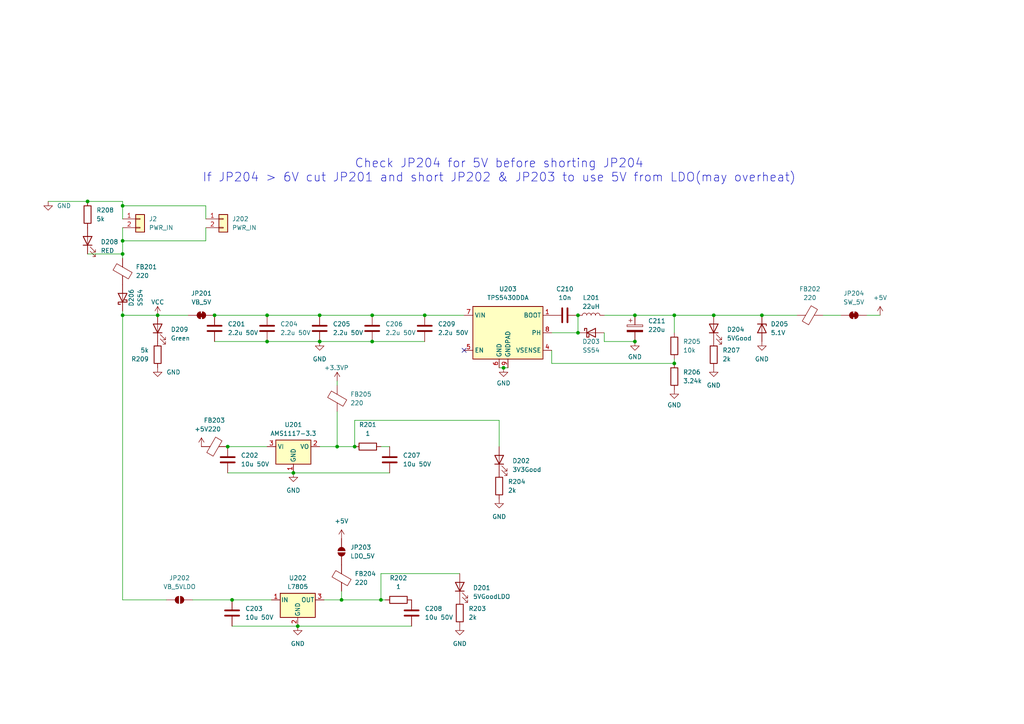
<source format=kicad_sch>
(kicad_sch (version 20231120) (generator "eeschema") (generator_version "8.0")
  (paper "A4")
  (lib_symbols
    (symbol "Connector_Generic:Conn_01x02" (pin_names (offset 1.016) hide)
      (property "Reference" "J" (at 0 2.54 0))
      (property "Value" "Conn_01x02" (at 0 -5.08 0))
      (symbol "Conn_01x02_1_1"
        (rectangle (start -1.27 -2.413) (end 0 -2.667) (stroke (width 0.1524)))
        (rectangle (start -1.27 0.127) (end 0 -0.127) (stroke (width 0.1524)))
        (rectangle (start -1.27 1.27) (end 1.27 -3.81) (stroke (width 0.254)) (fill (type background)))
        (pin passive line (at -5.08 0 0) (length 3.81) (name "Pin_1") (number "1"))
        (pin passive line (at -5.08 -2.54 0) (length 3.81) (name "Pin_2") (number "2"))
      )
    )
    (symbol "Device:C" (pin_numbers hide) (pin_names (offset 0.254))
      (property "Reference" "C" (at 0.635 2.54 0))
      (property "Value" "C" (at 0.635 -2.54 0))
      (symbol "C_0_1"
        (polyline (pts (xy -2.032 -0.762) (xy 2.032 -0.762)) (stroke (width 0.508)))
        (polyline (pts (xy -2.032 0.762) (xy 2.032 0.762)) (stroke (width 0.508)))
      )
      (symbol "C_1_1"
        (pin passive line (at 0 3.81 270) (length 2.794) (name "~") (number "1"))
        (pin passive line (at 0 -3.81 90) (length 2.794) (name "~") (number "2"))
      )
    )
    (symbol "Device:C_Polarized" (pin_numbers hide) (pin_names (offset 0.254))
      (property "Reference" "C" (at 0.635 2.54 0))
      (property "Value" "C_Polarized" (at 0.635 -2.54 0))
      (symbol "C_Polarized_0_1"
        (rectangle (start -2.286 0.508) (end 2.286 1.016))
        (polyline (pts (xy -1.778 2.286) (xy -0.762 2.286)))
        (polyline (pts (xy -1.27 2.794) (xy -1.27 1.778)))
        (rectangle (start 2.286 -0.508) (end -2.286 -1.016) (fill (type outline)))
      )
      (symbol "C_Polarized_1_1"
        (pin passive line (at 0 3.81 270) (length 2.794) (name "~") (number "1"))
        (pin passive line (at 0 -3.81 90) (length 2.794) (name "~") (number "2"))
      )
    )
    (symbol "Device:D_Schottky" (pin_numbers hide) (pin_names (offset 1.016) hide)
      (property "Reference" "D" (at 0 2.54 0))
      (property "Value" "D_Schottky" (at 0 -2.54 0))
      (symbol "D_Schottky_0_1"
        (polyline (pts (xy 1.27 0) (xy -1.27 0)))
        (polyline (pts (xy 1.27 1.27) (xy 1.27 -1.27) (xy -1.27 0) (xy 1.27 1.27)) (stroke (width 0.254)))
        (polyline (pts (xy -1.905 0.635) (xy -1.905 1.27) (xy -1.27 1.27) (xy -1.27 -1.27) (xy -0.635 -1.27) (xy -0.635 -0.635)) (stroke (width 0.254)))
      )
      (symbol "D_Schottky_1_1"
        (pin passive line (at -3.81 0 0) (length 2.54) (name "K") (number "1"))
        (pin passive line (at 3.81 0 180) (length 2.54) (name "A") (number "2"))
      )
    )
    (symbol "Device:D_Zener" (pin_numbers hide) (pin_names (offset 1.016) hide)
      (property "Reference" "D" (at 0 2.54 0))
      (property "Value" "D_Zener" (at 0 -2.54 0))
      (symbol "D_Zener_0_1"
        (polyline (pts (xy 1.27 0) (xy -1.27 0)))
        (polyline (pts (xy -1.27 -1.27) (xy -1.27 1.27) (xy -0.762 1.27)) (stroke (width 0.254)))
        (polyline (pts (xy 1.27 -1.27) (xy 1.27 1.27) (xy -1.27 0) (xy 1.27 -1.27)) (stroke (width 0.254)))
      )
      (symbol "D_Zener_1_1"
        (pin passive line (at -3.81 0 0) (length 2.54) (name "K") (number "1"))
        (pin passive line (at 3.81 0 180) (length 2.54) (name "A") (number "2"))
      )
    )
    (symbol "Device:FerriteBead" (pin_numbers hide) (pin_names (offset 0))
      (property "Reference" "FB" (at -3.81 0.635 90))
      (property "Value" "FerriteBead" (at 3.81 0 90))
      (symbol "FerriteBead_0_1"
        (polyline (pts (xy 0 -1.27) (xy 0 -1.2192)))
        (polyline (pts (xy 0 1.27) (xy 0 1.2954)))
        (polyline (pts (xy -2.7686 0.4064) (xy -1.7018 2.2606) (xy 2.7686 -0.3048) (xy 1.6764 -2.159) (xy -2.7686 0.4064)))
      )
      (symbol "FerriteBead_1_1"
        (pin passive line (at 0 3.81 270) (length 2.54) (name "~") (number "1"))
        (pin passive line (at 0 -3.81 90) (length 2.54) (name "~") (number "2"))
      )
    )
    (symbol "Device:L" (pin_numbers hide) (pin_names (offset 1.016) hide)
      (property "Reference" "L" (at -1.27 0 90))
      (property "Value" "L" (at 1.905 0 90))
      (symbol "L_0_1"
        (arc (start 0 -2.54) (mid 0.6323 -1.905) (end 0 -1.27))
        (arc (start 0 -1.27) (mid 0.6323 -0.635) (end 0 0))
        (arc (start 0 0) (mid 0.6323 0.635) (end 0 1.27))
        (arc (start 0 1.27) (mid 0.6323 1.905) (end 0 2.54))
      )
      (symbol "L_1_1"
        (pin passive line (at 0 3.81 270) (length 1.27) (name "1") (number "1"))
        (pin passive line (at 0 -3.81 90) (length 1.27) (name "2") (number "2"))
      )
    )
    (symbol "Device:LED" (pin_numbers hide) (pin_names (offset 1.016) hide)
      (property "Reference" "D" (at 0 2.54 0))
      (property "Value" "LED" (at 0 -2.54 0))
      (symbol "LED_0_1"
        (polyline (pts (xy -1.27 -1.27) (xy -1.27 1.27)) (stroke (width 0.254)))
        (polyline (pts (xy -1.27 0) (xy 1.27 0)))
        (polyline (pts (xy 1.27 -1.27) (xy 1.27 1.27) (xy -1.27 0) (xy 1.27 -1.27)) (stroke (width 0.254)))
        (polyline (pts (xy -3.048 -0.762) (xy -4.572 -2.286) (xy -3.81 -2.286) (xy -4.572 -2.286) (xy -4.572 -1.524)))
        (polyline (pts (xy -1.778 -0.762) (xy -3.302 -2.286) (xy -2.54 -2.286) (xy -3.302 -2.286) (xy -3.302 -1.524)))
      )
      (symbol "LED_1_1"
        (pin passive line (at -3.81 0 0) (length 2.54) (name "K") (number "1"))
        (pin passive line (at 3.81 0 180) (length 2.54) (name "A") (number "2"))
      )
    )
    (symbol "Device:R" (pin_numbers hide) (pin_names (offset 0))
      (property "Reference" "R" (at 2.032 0 90))
      (property "Value" "R" (at 0 0 90))
      (symbol "R_0_1"
        (rectangle (start -1.016 -2.54) (end 1.016 2.54) (stroke (width 0.254)))
      )
      (symbol "R_1_1"
        (pin passive line (at 0 3.81 270) (length 1.27) (name "~") (number "1"))
        (pin passive line (at 0 -3.81 90) (length 1.27) (name "~") (number "2"))
      )
    )
    (symbol "Jumper:SolderJumper_2_Bridged" (pin_numbers hide) (pin_names (offset 0) hide) (exclude_from_sim yes) (in_bom no)
      (property "Reference" "JP" (at 0 2.032 0))
      (property "Value" "SolderJumper_2_Bridged" (at 0 -2.54 0))
      (symbol "SolderJumper_2_Bridged_0_1"
        (rectangle (start -0.508 0.508) (end 0.508 -0.508) (fill (type outline)))
        (arc (start -0.254 1.016) (mid -1.2656 0) (end -0.254 -1.016))
        (arc (start -0.254 1.016) (mid -1.2656 0) (end -0.254 -1.016) (fill (type outline)))
        (polyline (pts (xy -0.254 1.016) (xy -0.254 -1.016)))
        (polyline (pts (xy 0.254 1.016) (xy 0.254 -1.016)))
        (arc (start 0.254 -1.016) (mid 1.2656 0) (end 0.254 1.016))
        (arc (start 0.254 -1.016) (mid 1.2656 0) (end 0.254 1.016) (fill (type outline)))
      )
      (symbol "SolderJumper_2_Bridged_1_1"
        (pin passive line (at -3.81 0 0) (length 2.54) (name "A") (number "1"))
        (pin passive line (at 3.81 0 180) (length 2.54) (name "B") (number "2"))
      )
    )
    (symbol "Jumper:SolderJumper_2_Open" (pin_numbers hide) (pin_names (offset 0) hide) (exclude_from_sim yes) (in_bom no)
      (property "Reference" "JP" (at 0 2.032 0))
      (property "Value" "SolderJumper_2_Open" (at 0 -2.54 0))
      (symbol "SolderJumper_2_Open_0_1"
        (arc (start -0.254 1.016) (mid -1.2656 0) (end -0.254 -1.016))
        (arc (start -0.254 1.016) (mid -1.2656 0) (end -0.254 -1.016) (fill (type outline)))
        (polyline (pts (xy -0.254 1.016) (xy -0.254 -1.016)))
        (polyline (pts (xy 0.254 1.016) (xy 0.254 -1.016)))
        (arc (start 0.254 -1.016) (mid 1.2656 0) (end 0.254 1.016))
        (arc (start 0.254 -1.016) (mid 1.2656 0) (end 0.254 1.016) (fill (type outline)))
      )
      (symbol "SolderJumper_2_Open_1_1"
        (pin passive line (at -3.81 0 0) (length 2.54) (name "A") (number "1"))
        (pin passive line (at 3.81 0 180) (length 2.54) (name "B") (number "2"))
      )
    )
    (symbol "Regulator_Linear:AMS1117-3.3"
      (property "Reference" "U" (at -3.81 3.175 0))
      (property "Value" "AMS1117-3.3" (at 0 3.175 0))
      (symbol "AMS1117-3.3_0_1"
        (rectangle (start -5.08 -5.08) (end 5.08 1.905) (stroke (width 0.254)) (fill (type background)))
      )
      (symbol "AMS1117-3.3_1_1"
        (pin power_in line (at 0 -7.62 90) (length 2.54) (name "GND") (number "1"))
        (pin power_out line (at 7.62 0 180) (length 2.54) (name "VO") (number "2"))
        (pin power_in line (at -7.62 0 0) (length 2.54) (name "VI") (number "3"))
      )
    )
    (symbol "Regulator_Linear:L7805" (pin_names (offset 0.254))
      (property "Reference" "U" (at -3.81 3.175 0))
      (property "Value" "L7805" (at 0 3.175 0))
      (symbol "L7805_0_1"
        (rectangle (start -5.08 1.905) (end 5.08 -5.08) (stroke (width 0.254)) (fill (type background)))
      )
      (symbol "L7805_1_1"
        (pin power_in line (at -7.62 0 0) (length 2.54) (name "IN") (number "1"))
        (pin power_in line (at 0 -7.62 90) (length 2.54) (name "GND") (number "2"))
        (pin power_out line (at 7.62 0 180) (length 2.54) (name "OUT") (number "3"))
      )
    )
    (symbol "Regulator_Switching:TPS5430DDA"
      (property "Reference" "U" (at -10.16 8.89 0))
      (property "Value" "TPS5430DDA" (at -1.27 8.89 0))
      (symbol "TPS5430DDA_0_1"
        (rectangle (start -10.16 7.62) (end 10.16 -7.62) (stroke (width 0.254)) (fill (type background)))
      )
      (symbol "TPS5430DDA_1_1"
        (pin input line (at 12.7 5.08 180) (length 2.54) (name "BOOT") (number "1"))
        (pin no_connect line (at -10.16 2.54 0) (length 2.54) hide (name "NC") (number "2"))
        (pin no_connect line (at -10.16 -2.54 0) (length 2.54) hide (name "NC") (number "3"))
        (pin input line (at 12.7 -5.08 180) (length 2.54) (name "VSENSE") (number "4"))
        (pin input line (at -12.7 -5.08 0) (length 2.54) (name "EN") (number "5"))
        (pin power_in line (at -2.54 -10.16 90) (length 2.54) (name "GND") (number "6"))
        (pin power_in line (at -12.7 5.08 0) (length 2.54) (name "VIN") (number "7"))
        (pin output line (at 12.7 0 180) (length 2.54) (name "PH") (number "8"))
        (pin power_in line (at 0 -10.16 90) (length 2.54) (name "GNDPAD") (number "9"))
      )
    )
    (symbol "power:+3V3" (power) (pin_numbers hide) (pin_names (offset 0) hide)
      (property "Value" "+3V3" (at 0 3.556 0))
      (symbol "+3V3_0_1"
        (polyline (pts (xy -0.762 1.27) (xy 0 2.54)))
        (polyline (pts (xy 0 0) (xy 0 2.54)))
        (polyline (pts (xy 0 2.54) (xy 0.762 1.27)))
      )
      (symbol "+3V3_1_1"
        (pin power_in line (at 0 0 90) (length 0) (name "~") (number "1"))
      )
    )
    (symbol "power:+5V" (power) (pin_names (offset 0))
      (property "Value" "+5V" (at 0 3.556 0))
      (symbol "+5V_0_1"
        (polyline (pts (xy -0.762 1.27) (xy 0 2.54)))
        (polyline (pts (xy 0 0) (xy 0 2.54)))
        (polyline (pts (xy 0 2.54) (xy 0.762 1.27)))
      )
      (symbol "+5V_1_1"
        (pin power_in line (at 0 0 90) (length 0) hide (name "+5V") (number "1"))
      )
    )
    (symbol "power:GND" (power) (pin_names (offset 0))
      (property "Value" "GND" (at 0 -3.81 0))
      (symbol "GND_0_1"
        (polyline (pts (xy 0 0) (xy 0 -1.27) (xy 1.27 -1.27) (xy 0 -2.54) (xy -1.27 -1.27) (xy 0 -1.27)))
      )
      (symbol "GND_1_1"
        (pin power_in line (at 0 0 270) (length 0) hide (name "GND") (number "1"))
      )
    )
    (symbol "power:VCC" (power) (pin_numbers hide) (pin_names (offset 0) hide)
      (property "Value" "VCC" (at 0 3.556 0))
      (symbol "VCC_0_1"
        (polyline (pts (xy -0.762 1.27) (xy 0 2.54)))
        (polyline (pts (xy 0 0) (xy 0 2.54)))
        (polyline (pts (xy 0 2.54) (xy 0.762 1.27)))
      )
      (symbol "VCC_1_1"
        (pin power_in line (at 0 0 90) (length 0) (name "~") (number "1"))
      )
    )
  )
  (junction (at 92.71 99.06))
  (junction (at 110.49 173.99))
  (junction (at 25.4 58.42))
  (junction (at 146.05 106.68))
  (junction (at 123.19 91.44))
  (junction (at 99.06 173.99))
  (junction (at 92.71 91.44))
  (junction (at 184.15 91.44))
  (junction (at 62.23 91.44))
  (junction (at 97.79 129.54))
  (junction (at 45.72 91.44))
  (junction (at 77.47 99.06))
  (junction (at 85.09 137.16))
  (junction (at 184.15 99.06))
  (junction (at 107.95 91.44))
  (junction (at 35.56 59.69))
  (junction (at 35.56 91.44))
  (junction (at 167.64 96.52))
  (junction (at 35.56 69.85))
  (junction (at 167.64 91.44))
  (junction (at 107.95 99.06))
  (junction (at 102.87 129.54))
  (junction (at 195.58 105.41))
  (junction (at 86.36 181.61))
  (junction (at 77.47 91.44))
  (junction (at 67.31 173.99))
  (junction (at 35.56 73.66))
  (junction (at 66.04 129.54))
  (junction (at 195.58 91.44))
  (junction (at 220.98 91.44))
  (junction (at 207.01 91.44))
  (no_connect (at 134.62 101.6))
  (wire (pts (xy 35.56 74.93) (xy 35.56 73.66)))
  (wire (pts (xy 97.79 110.49) (xy 97.79 111.76)))
  (wire (pts (xy 59.69 69.85) (xy 59.69 66.04)))
  (wire (pts (xy 86.36 181.61) (xy 119.38 181.61)))
  (wire (pts (xy 54.61 91.44) (xy 45.72 91.44)))
  (wire (pts (xy 35.56 73.66) (xy 35.56 69.85)))
  (wire (pts (xy 144.78 121.92) (xy 144.78 129.54)))
  (wire (pts (xy 207.01 91.44) (xy 220.98 91.44)))
  (wire (pts (xy 144.78 106.68) (xy 146.05 106.68)))
  (wire (pts (xy 97.79 119.38) (xy 97.79 129.54)))
  (wire (pts (xy 195.58 91.44) (xy 207.01 91.44)))
  (wire (pts (xy 107.95 99.06) (xy 123.19 99.06)))
  (wire (pts (xy 160.02 105.41) (xy 160.02 101.6)))
  (wire (pts (xy 35.56 69.85) (xy 59.69 69.85)))
  (wire (pts (xy 67.31 181.61) (xy 86.36 181.61)))
  (wire (pts (xy 35.56 59.69) (xy 35.56 63.5)))
  (wire (pts (xy 25.4 73.66) (xy 35.56 73.66)))
  (wire (pts (xy 99.06 171.45) (xy 99.06 173.99)))
  (wire (pts (xy 107.95 91.44) (xy 123.19 91.44)))
  (wire (pts (xy 160.02 105.41) (xy 195.58 105.41)))
  (wire (pts (xy 167.64 96.52) (xy 167.64 91.44)))
  (wire (pts (xy 92.71 99.06) (xy 107.95 99.06)))
  (wire (pts (xy 231.14 91.44) (xy 220.98 91.44)))
  (wire (pts (xy 97.79 129.54) (xy 102.87 129.54)))
  (wire (pts (xy 59.69 59.69) (xy 35.56 59.69)))
  (wire (pts (xy 55.88 173.99) (xy 67.31 173.99)))
  (wire (pts (xy 85.09 137.16) (xy 113.03 137.16)))
  (wire (pts (xy 113.03 129.54) (xy 110.49 129.54)))
  (wire (pts (xy 175.26 96.52) (xy 175.26 99.06)))
  (wire (pts (xy 110.49 173.99) (xy 111.76 173.99)))
  (wire (pts (xy 62.23 99.06) (xy 77.47 99.06)))
  (wire (pts (xy 195.58 91.44) (xy 195.58 96.52)))
  (wire (pts (xy 92.71 91.44) (xy 107.95 91.44)))
  (wire (pts (xy 35.56 173.99) (xy 35.56 91.44)))
  (wire (pts (xy 243.84 91.44) (xy 238.76 91.44)))
  (wire (pts (xy 175.26 99.06) (xy 184.15 99.06)))
  (wire (pts (xy 35.56 91.44) (xy 35.56 90.17)))
  (wire (pts (xy 195.58 104.14) (xy 195.58 105.41)))
  (wire (pts (xy 59.69 63.5) (xy 59.69 59.69)))
  (wire (pts (xy 48.26 173.99) (xy 35.56 173.99)))
  (wire (pts (xy 102.87 121.92) (xy 144.78 121.92)))
  (wire (pts (xy 160.02 96.52) (xy 167.64 96.52)))
  (wire (pts (xy 110.49 166.37) (xy 133.35 166.37)))
  (wire (pts (xy 102.87 129.54) (xy 102.87 121.92)))
  (wire (pts (xy 175.26 91.44) (xy 184.15 91.44)))
  (wire (pts (xy 77.47 99.06) (xy 92.71 99.06)))
  (wire (pts (xy 62.23 91.44) (xy 77.47 91.44)))
  (wire (pts (xy 25.4 58.42) (xy 35.56 58.42)))
  (wire (pts (xy 35.56 91.44) (xy 45.72 91.44)))
  (wire (pts (xy 66.04 129.54) (xy 77.47 129.54)))
  (wire (pts (xy 146.05 106.68) (xy 147.32 106.68)))
  (wire (pts (xy 184.15 91.44) (xy 195.58 91.44)))
  (wire (pts (xy 93.98 173.99) (xy 99.06 173.99)))
  (wire (pts (xy 255.27 91.44) (xy 251.46 91.44)))
  (wire (pts (xy 99.06 173.99) (xy 110.49 173.99)))
  (wire (pts (xy 67.31 173.99) (xy 78.74 173.99)))
  (wire (pts (xy 66.04 137.16) (xy 85.09 137.16)))
  (wire (pts (xy 92.71 129.54) (xy 97.79 129.54)))
  (wire (pts (xy 35.56 66.04) (xy 35.56 69.85)))
  (wire (pts (xy 110.49 173.99) (xy 110.49 166.37)))
  (wire (pts (xy 13.97 58.42) (xy 25.4 58.42)))
  (wire (pts (xy 123.19 91.44) (xy 134.62 91.44)))
  (wire (pts (xy 77.47 91.44) (xy 92.71 91.44)))
  (wire (pts (xy 35.56 58.42) (xy 35.56 59.69)))
  (text "Check JP204 for 5V before shorting JP204\nIf JP204 > 6V cut JP201 and short JP202 & JP203 to use 5V from LDO(may overheat)" (at 144.78 49.53 0) (effects (font (size 2.54 2.54))))
  (symbol (lib_id "Device:C") (at 119.38 177.8 0) (unit 1)
    (property "Reference" "C208" (at 123.19 176.5299 0) (effects (justify left)))
    (property "Value" "10u 50V" (at 123.19 179.0699 0) (effects (justify left)))
    (property "Footprint" "Capacitor_SMD:C_1206_3216Metric" (effects (hide yes)))
  )
  (symbol (lib_id "Device:C") (at 62.23 95.25 0) (unit 1)
    (property "Reference" "C201" (at 66.04 93.9799 0) (effects (justify left)))
    (property "Value" "2.2u 50V" (at 66.04 96.5199 0) (effects (justify left)))
    (property "Footprint" "Capacitor_SMD:C_0805_2012Metric" (effects (hide yes)))
  )
  (symbol (lib_id "Device:R") (at 195.58 100.33 180) (unit 1)
    (property "Reference" "R205" (at 198.12 99.0599 0) (effects (justify right)))
    (property "Value" "10k" (at 198.12 101.5999 0) (effects (justify right)))
    (property "Footprint" "Resistor_SMD:R_0603_1608Metric" (effects (hide yes)))
  )
  (symbol (lib_id "Device:FerriteBead") (at 62.23 129.54 90) (unit 1)
    (property "Reference" "FB203" (at 62.1792 121.92 90))
    (property "Value" "220" (at 62.1792 124.46 90))
    (property "Footprint" "Resistor_SMD:R_0603_1608Metric" (effects (hide yes)))
    (property "Description" "Ferrite bead" (effects (hide yes)))
  )
  (symbol (lib_id "Device:R") (at 45.72 102.87 0) (unit 1)
    (property "Reference" "R209" (at 43.18 104.1401 0) (effects (justify right)))
    (property "Value" "5k" (at 43.18 101.6001 0) (effects (justify right)))
    (property "Footprint" "Resistor_SMD:R_0603_1608Metric" (effects (hide yes)))
  )
  (symbol (lib_id "Regulator_Linear:AMS1117-3.3") (at 85.09 129.54 0) (unit 1)
    (property "Reference" "U201" (at 85.09 123.19 0))
    (property "Value" "AMS1117-3.3" (at 85.09 125.73 0))
    (property "Footprint" "Package_TO_SOT_SMD:SOT-223-3_TabPin2" (effects (hide yes)))
    (property "Datasheet" "http://www.advanced-monolithic.com/pdf/ds1117.pdf" (effects (hide yes)))
    (property "Description" "1A Low Dropout regulator, positive, 3.3V fixed output, SOT-223" (effects (hide yes)))
  )
  (symbol (lib_id "Device:LED") (at 144.78 133.35 90) (unit 1)
    (property "Reference" "D202" (at 148.59 133.6674 90) (effects (justify right)))
    (property "Value" "3V3Good" (at 148.59 136.2074 90) (effects (justify right)))
    (property "Footprint" "LED_SMD:LED_0603_1608Metric" (effects (hide yes)))
  )
  (symbol (lib_id "Device:LED") (at 25.4 69.85 90) (unit 1)
    (property "Reference" "D208" (at 29.21 70.1674 90) (effects (justify right)))
    (property "Value" "RED" (at 29.21 72.7074 90) (effects (justify right)))
    (property "Footprint" "LED_SMD:LED_0603_1608Metric" (effects (hide yes)))
  )
  (symbol (lib_id "Jumper:SolderJumper_2_Bridged") (at 247.65 91.44 0) (unit 1) (exclude_from_sim yes) (in_bom no)
    (property "Reference" "JP204" (at 247.65 85.09 0))
    (property "Value" "SW_5V" (at 247.65 87.63 0))
    (property "Footprint" "Jumper:SolderJumper-2_P1.3mm_Open_Pad1.0x1.5mm" (effects (hide yes)))
    (property "Description" "Solder Jumper, 2-pole, closed/bridged" (effects (hide yes)))
  )
  (symbol (lib_id "Device:C_Polarized") (at 184.15 95.25 0) (unit 1)
    (property "Reference" "C211" (at 187.96 93.091 0) (effects (justify left)))
    (property "Value" "220u" (at 187.96 95.631 0) (effects (justify left)))
    (property "Footprint" "Capacitor_SMD:CP_Elec_8x10.5" (effects (hide yes)))
  )
  (symbol (lib_id "power:GND") (at 86.36 181.61 0) (unit 1)
    (property "Reference" "#PWR0204" (effects (hide yes)))
    (property "Value" "GND" (at 86.36 186.69 0))
  )
  (symbol (lib_id "power:GND") (at 146.05 106.68 0) (unit 1)
    (property "Reference" "#PWR0210" (effects (hide yes)))
    (property "Value" "GND" (at 146.05 111.1234 0))
  )
  (symbol (lib_id "Device:FerriteBead") (at 234.95 91.44 90) (unit 1)
    (property "Reference" "FB202" (at 234.8992 83.82 90))
    (property "Value" "220" (at 234.8992 86.36 90))
    (property "Footprint" "Resistor_SMD:R_0603_1608Metric" (effects (hide yes)))
    (property "Description" "Ferrite bead" (effects (hide yes)))
  )
  (symbol (lib_id "power:GND") (at 207.01 106.68 0) (unit 1)
    (property "Reference" "#PWR0213" (effects (hide yes)))
    (property "Value" "GND" (at 207.01 111.76 0))
  )
  (symbol (lib_id "Device:R") (at 25.4 62.23 180) (unit 1)
    (property "Reference" "R208" (at 27.94 60.9599 0) (effects (justify right)))
    (property "Value" "5k" (at 27.94 63.4999 0) (effects (justify right)))
    (property "Footprint" "Resistor_SMD:R_0603_1608Metric" (effects (hide yes)))
  )
  (symbol (lib_id "Device:C") (at 92.71 95.25 0) (unit 1)
    (property "Reference" "C205" (at 96.52 93.9799 0) (effects (justify left)))
    (property "Value" "2.2u 50V" (at 96.52 96.5199 0) (effects (justify left)))
    (property "Footprint" "Capacitor_SMD:C_0805_2012Metric" (effects (hide yes)))
  )
  (symbol (lib_id "Device:C") (at 66.04 133.35 0) (unit 1)
    (property "Reference" "C202" (at 69.85 132.0799 0) (effects (justify left)))
    (property "Value" "10u 50V" (at 69.85 134.6199 0) (effects (justify left)))
    (property "Footprint" "Capacitor_SMD:C_1206_3216Metric" (effects (hide yes)))
  )
  (symbol (lib_id "Device:FerriteBead") (at 35.56 78.74 0) (unit 1)
    (property "Reference" "FB201" (at 39.37 77.4191 0) (effects (justify left)))
    (property "Value" "220" (at 39.37 79.9591 0) (effects (justify left)))
    (property "Footprint" "Resistor_SMD:R_0603_1608Metric" (effects (hide yes)))
    (property "Description" "Ferrite bead" (effects (hide yes)))
  )
  (symbol (lib_id "power:+3V3") (at 97.79 110.49 0) (unit 1)
    (property "Reference" "#PWR026" (effects (hide yes)))
    (property "Value" "+3.3VP" (at 93.98 106.68 0) (effects (justify left)))
    (property "Description" "Power symbol creates a global label with name \"+3V3\"" (effects (hide yes)))
    (instances (project "28379S_TestBoard" (path "" (reference "#PWR026") (unit 1))) (project "InverterMainBoard_STM32" (path "" (reference "#PWR0206") (unit 1))))
  )
  (symbol (lib_id "Device:C") (at 163.83 91.44 90) (unit 1)
    (property "Reference" "C210" (at 163.83 83.82 90))
    (property "Value" "10n" (at 163.83 86.36 90))
    (property "Footprint" "Capacitor_SMD:C_0603_1608Metric" (effects (hide yes)))
  )
  (symbol (lib_id "Device:LED") (at 45.72 95.25 90) (unit 1)
    (property "Reference" "D209" (at 49.53 95.5674 90) (effects (justify right)))
    (property "Value" "Green" (at 49.53 98.1074 90) (effects (justify right)))
    (property "Footprint" "LED_SMD:LED_0603_1608Metric" (effects (hide yes)))
  )
  (symbol (lib_id "Connector_Generic:Conn_01x02") (at 40.64 63.5 0) (unit 1)
    (property "Reference" "J2" (at 43.18 63.4999 0) (effects (justify left)))
    (property "Value" "PWR_IN" (at 43.18 66.0399 0) (effects (justify left)))
    (property "Footprint" "Connector_JST:JST_XH_B2B-XH-A_1x02_P2.50mm_Vertical" (effects (hide yes)))
    (property "Description" "Generic connector, single row, 01x02, script generated (kicad-library-utils/schlib/autogen/connector/)" (effects (hide yes)))
    (instances (project "28379S_TestBoard" (path "" (reference "J2") (unit 1))) (project "InverterMainBoard_STM32" (path "" (reference "J201") (unit 1))))
  )
  (symbol (lib_id "power:GND") (at 85.09 137.16 0) (unit 1)
    (property "Reference" "#PWR0203" (effects (hide yes)))
    (property "Value" "GND" (at 85.09 142.24 0))
  )
  (symbol (lib_id "power:GND") (at 92.71 99.06 0) (unit 1)
    (property "Reference" "#PWR0205" (effects (hide yes)))
    (property "Value" "GND" (at 92.71 104.14 0))
  )
  (symbol (lib_id "Jumper:SolderJumper_2_Open") (at 99.06 160.02 90) (unit 1) (exclude_from_sim yes) (in_bom no)
    (property "Reference" "JP203" (at 101.6 158.7499 90) (effects (justify right)))
    (property "Value" "LDO_5V" (at 101.6 161.2899 90) (effects (justify right)))
    (property "Footprint" "Jumper:SolderJumper-2_P1.3mm_Open_Pad1.0x1.5mm" (effects (hide yes)))
    (property "Description" "Solder Jumper, 2-pole, open" (effects (hide yes)))
  )
  (symbol (lib_id "Device:FerriteBead") (at 97.79 115.57 180) (unit 1)
    (property "Reference" "FB205" (at 101.6 114.3507 0) (effects (justify right)))
    (property "Value" "220" (at 101.6 116.8907 0) (effects (justify right)))
    (property "Footprint" "Resistor_SMD:R_0603_1608Metric" (effects (hide yes)))
    (property "Description" "Ferrite bead" (effects (hide yes)))
  )
  (symbol (lib_id "Device:R") (at 115.57 173.99 270) (unit 1)
    (property "Reference" "R202" (at 115.57 167.64 90))
    (property "Value" "1" (at 115.57 170.18 90))
    (property "Footprint" "Resistor_SMD:R_1206_3216Metric" (effects (hide yes)))
  )
  (symbol (lib_id "Device:D_Zener") (at 220.98 95.25 270) (unit 1)
    (property "Reference" "D205" (at 223.52 93.9799 90) (effects (justify left)))
    (property "Value" "5.1V" (at 223.52 96.5199 90) (effects (justify left)))
    (property "Footprint" "Diode_SMD:D_SOD-123" (effects (hide yes)))
    (property "Description" "Zener diode" (effects (hide yes)))
  )
  (symbol (lib_id "Regulator_Switching:TPS5430DDA") (at 147.32 96.52 0) (unit 1)
    (property "Reference" "U203" (at 147.32 83.82 0))
    (property "Value" "TPS5430DDA" (at 147.32 86.36 0))
    (property "Footprint" "Package_SO:TI_SO-PowerPAD-8_ThermalVias" (effects (hide yes)))
    (property "Datasheet" "http://www.ti.com/lit/ds/symlink/tps5430.pdf" (effects (hide yes)))
  )
  (symbol (lib_id "Device:R") (at 106.68 129.54 270) (unit 1)
    (property "Reference" "R201" (at 106.68 123.19 90))
    (property "Value" "1" (at 106.68 125.73 90))
    (property "Footprint" "Resistor_SMD:R_1206_3216Metric" (effects (hide yes)))
  )
  (symbol (lib_id "power:GND") (at 184.15 99.06 0) (unit 1)
    (property "Reference" "#PWR0211" (effects (hide yes)))
    (property "Value" "GND" (at 184.15 103.5034 0))
  )
  (symbol (lib_id "power:GND") (at 13.97 58.42 0) (unit 1)
    (property "Reference" "#PWR05" (effects (hide yes)))
    (property "Value" "GND" (at 16.51 59.6899 0) (effects (justify left)))
    (property "Description" "Power symbol creates a global label with name \"GND\" , ground" (effects (hide yes)))
    (instances (project "28379S_TestBoard" (path "" (reference "#PWR05") (unit 1))) (project "InverterMainBoard_STM32" (path "" (reference "#PWR0201") (unit 1))))
  )
  (symbol (lib_id "power:GND") (at 195.58 113.03 0) (unit 1)
    (property "Reference" "#PWR0212" (effects (hide yes)))
    (property "Value" "GND" (at 195.58 117.4734 0))
  )
  (symbol (lib_id "Device:C") (at 113.03 133.35 0) (unit 1)
    (property "Reference" "C207" (at 116.84 132.0799 0) (effects (justify left)))
    (property "Value" "10u 50V" (at 116.84 134.6199 0) (effects (justify left)))
    (property "Footprint" "Capacitor_SMD:C_1206_3216Metric" (effects (hide yes)))
  )
  (symbol (lib_id "Device:D_Schottky") (at 35.56 86.36 90) (unit 1)
    (property "Reference" "D206" (at 38.1 86.36 0))
    (property "Value" "SS54" (at 40.64 86.36 0))
    (property "Footprint" "Diode_SMD:D_SMA" (effects (hide yes)))
  )
  (symbol (lib_id "Device:L") (at 171.45 91.44 90) (unit 1)
    (property "Reference" "L201" (at 171.45 86.36 90))
    (property "Value" "22uH" (at 171.45 88.9 90))
    (property "Footprint" "Inductor_SMD:L_Bourns_SRR1260" (effects (hide yes)))
  )
  (symbol (lib_id "Device:D_Schottky") (at 171.45 96.52 0) (unit 1)
    (property "Reference" "D203" (at 171.45 99.06 0))
    (property "Value" "SS54" (at 171.45 101.6 0))
    (property "Footprint" "Diode_SMD:D_SMA" (effects (hide yes)))
  )
  (symbol (lib_id "Device:FerriteBead") (at 99.06 167.64 180) (unit 1)
    (property "Reference" "FB204" (at 102.87 166.4207 0) (effects (justify right)))
    (property "Value" "220" (at 102.87 168.9607 0) (effects (justify right)))
    (property "Footprint" "Resistor_SMD:R_0603_1608Metric" (effects (hide yes)))
    (property "Description" "Ferrite bead" (effects (hide yes)))
  )
  (symbol (lib_id "power:GND") (at 144.78 144.78 0) (unit 1)
    (property "Reference" "#PWR0209" (effects (hide yes)))
    (property "Value" "GND" (at 144.78 149.86 0))
  )
  (symbol (lib_id "power:+5V") (at 255.27 91.44 0) (unit 1)
    (property "Reference" "#PWR0215" (effects (hide yes)))
    (property "Value" "+5V" (at 255.27 86.36 0))
  )
  (symbol (lib_id "Device:C") (at 67.31 177.8 0) (unit 1)
    (property "Reference" "C203" (at 71.12 176.5299 0) (effects (justify left)))
    (property "Value" "10u 50V" (at 71.12 179.0699 0) (effects (justify left)))
    (property "Footprint" "Capacitor_SMD:C_1206_3216Metric" (effects (hide yes)))
  )
  (symbol (lib_id "power:VCC") (at 45.72 91.44 0) (unit 1)
    (property "Reference" "#PWR0216" (effects (hide yes)))
    (property "Value" "VCC" (at 45.72 87.63 0))
    (property "Description" "Power symbol creates a global label with name \"VCC\"" (effects (hide yes)))
  )
  (symbol (lib_id "Jumper:SolderJumper_2_Open") (at 52.07 173.99 0) (unit 1) (exclude_from_sim yes) (in_bom no)
    (property "Reference" "JP202" (at 52.07 167.64 0))
    (property "Value" "VB_5VLDO" (at 52.07 170.18 0))
    (property "Footprint" "Jumper:SolderJumper-2_P1.3mm_Open_Pad1.0x1.5mm" (effects (hide yes)))
    (property "Description" "Solder Jumper, 2-pole, open" (effects (hide yes)))
  )
  (symbol (lib_id "power:GND") (at 133.35 181.61 0) (unit 1)
    (property "Reference" "#PWR0208" (effects (hide yes)))
    (property "Value" "GND" (at 133.35 186.69 0))
  )
  (symbol (lib_id "Device:R") (at 207.01 102.87 0) (unit 1)
    (property "Reference" "R207" (at 209.55 101.5999 0) (effects (justify left)))
    (property "Value" "2k" (at 209.55 104.1399 0) (effects (justify left)))
    (property "Footprint" "Resistor_SMD:R_0603_1608Metric" (effects (hide yes)))
  )
  (symbol (lib_id "power:+5V") (at 99.06 156.21 0) (unit 1)
    (property "Reference" "#PWR0207" (effects (hide yes)))
    (property "Value" "+5V" (at 99.06 151.13 0))
  )
  (symbol (lib_id "Device:C") (at 77.47 95.25 0) (unit 1)
    (property "Reference" "C204" (at 81.28 93.9799 0) (effects (justify left)))
    (property "Value" "2.2u 50V" (at 81.28 96.5199 0) (effects (justify left)))
    (property "Footprint" "Capacitor_SMD:C_0805_2012Metric" (effects (hide yes)))
  )
  (symbol (lib_id "Jumper:SolderJumper_2_Bridged") (at 58.42 91.44 0) (unit 1) (exclude_from_sim yes) (in_bom no)
    (property "Reference" "JP201" (at 58.42 85.09 0))
    (property "Value" "VB_5V" (at 58.42 87.63 0))
    (property "Footprint" "Jumper:SolderJumper-2_P1.3mm_Bridged_Pad1.0x1.5mm" (effects (hide yes)))
    (property "Description" "Solder Jumper, 2-pole, closed/bridged" (effects (hide yes)))
  )
  (symbol (lib_id "Device:R") (at 144.78 140.97 0) (unit 1)
    (property "Reference" "R204" (at 147.32 139.6999 0) (effects (justify left)))
    (property "Value" "2k" (at 147.32 142.2399 0) (effects (justify left)))
    (property "Footprint" "Resistor_SMD:R_0603_1608Metric" (effects (hide yes)))
  )
  (symbol (lib_id "power:GND") (at 220.98 99.06 0) (unit 1)
    (property "Reference" "#PWR0214" (effects (hide yes)))
    (property "Value" "GND" (at 220.98 104.14 0))
  )
  (symbol (lib_id "Regulator_Linear:L7805") (at 86.36 173.99 0) (unit 1)
    (property "Reference" "U202" (at 86.36 167.64 0))
    (property "Value" "L7805" (at 86.36 170.18 0))
    (property "Footprint" "Package_TO_SOT_SMD:TO-252-2" (effects (hide yes)))
    (property "Datasheet" "http://www.st.com/content/ccc/resource/technical/document/datasheet/41/4f/b3/b0/12/d4/47/88/CD00000444.pdf/files/CD00000444.pdf/jcr:content/translations/en.CD00000444.pdf" (effects (hide yes)))
    (property "Description" "Positive 1.5A 35V Linear Regulator, Fixed Output 5V, TO-220/TO-263/TO-252" (effects (hide yes)))
  )
  (symbol (lib_id "Device:R") (at 195.58 109.22 180) (unit 1)
    (property "Reference" "R206" (at 198.12 107.9499 0) (effects (justify right)))
    (property "Value" "3.24k" (at 198.12 110.4899 0) (effects (justify right)))
    (property "Footprint" "Resistor_SMD:R_0603_1608Metric" (effects (hide yes)))
  )
  (symbol (lib_id "Device:C") (at 123.19 95.25 0) (unit 1)
    (property "Reference" "C209" (at 127 93.9799 0) (effects (justify left)))
    (property "Value" "2.2u 50V" (at 127 96.5199 0) (effects (justify left)))
    (property "Footprint" "Capacitor_SMD:C_0805_2012Metric" (effects (hide yes)))
  )
  (symbol (lib_id "Device:LED") (at 207.01 95.25 90) (unit 1)
    (property "Reference" "D204" (at 210.82 95.5675 90) (effects (justify right)))
    (property "Value" "5VGood" (at 210.82 98.1075 90) (effects (justify right)))
    (property "Footprint" "LED_SMD:LED_0603_1608Metric" (effects (hide yes)))
  )
  (symbol (lib_id "power:GND") (at 45.72 106.68 0) (unit 1)
    (property "Reference" "#PWR0217" (effects (hide yes)))
    (property "Value" "GND" (at 48.26 107.9499 0) (effects (justify left)))
    (property "Description" "Power symbol creates a global label with name \"GND\" , ground" (effects (hide yes)))
  )
  (symbol (lib_id "power:+5V") (at 58.42 129.54 0) (unit 1)
    (property "Reference" "#PWR0202" (effects (hide yes)))
    (property "Value" "+5V" (at 58.42 124.46 0))
  )
  (symbol (lib_id "Device:R") (at 133.35 177.8 0) (unit 1)
    (property "Reference" "R203" (at 135.89 176.5299 0) (effects (justify left)))
    (property "Value" "2k" (at 135.89 179.0699 0) (effects (justify left)))
    (property "Footprint" "Resistor_SMD:R_0603_1608Metric" (effects (hide yes)))
  )
  (symbol (lib_id "Device:LED") (at 133.35 170.18 90) (unit 1)
    (property "Reference" "D201" (at 137.16 170.4974 90) (effects (justify right)))
    (property "Value" "5VGoodLDO" (at 137.16 173.0374 90) (effects (justify right)))
    (property "Footprint" "LED_SMD:LED_0603_1608Metric" (effects (hide yes)))
  )
  (symbol (lib_id "Connector_Generic:Conn_01x02") (at 64.77 63.5 0) (unit 1)
    (property "Reference" "J202" (at 67.31 63.4999 0) (effects (justify left)))
    (property "Value" "PWR_IN" (at 67.31 66.0399 0) (effects (justify left)))
    (property "Footprint" "Connector_JST:JST_XH_B2B-XH-A_1x02_P2.50mm_Vertical" (effects (hide yes)))
    (property "Description" "Generic connector, single row, 01x02, script generated (kicad-library-utils/schlib/autogen/connector/)" (effects (hide yes)))
  )
  (symbol (lib_id "Device:C") (at 107.95 95.25 0) (unit 1)
    (property "Reference" "C206" (at 111.76 93.9799 0) (effects (justify left)))
    (property "Value" "2.2u 50V" (at 111.76 96.5199 0) (effects (justify left)))
    (property "Footprint" "Capacitor_SMD:C_0805_2012Metric" (effects (hide yes)))
  )
)
</source>
